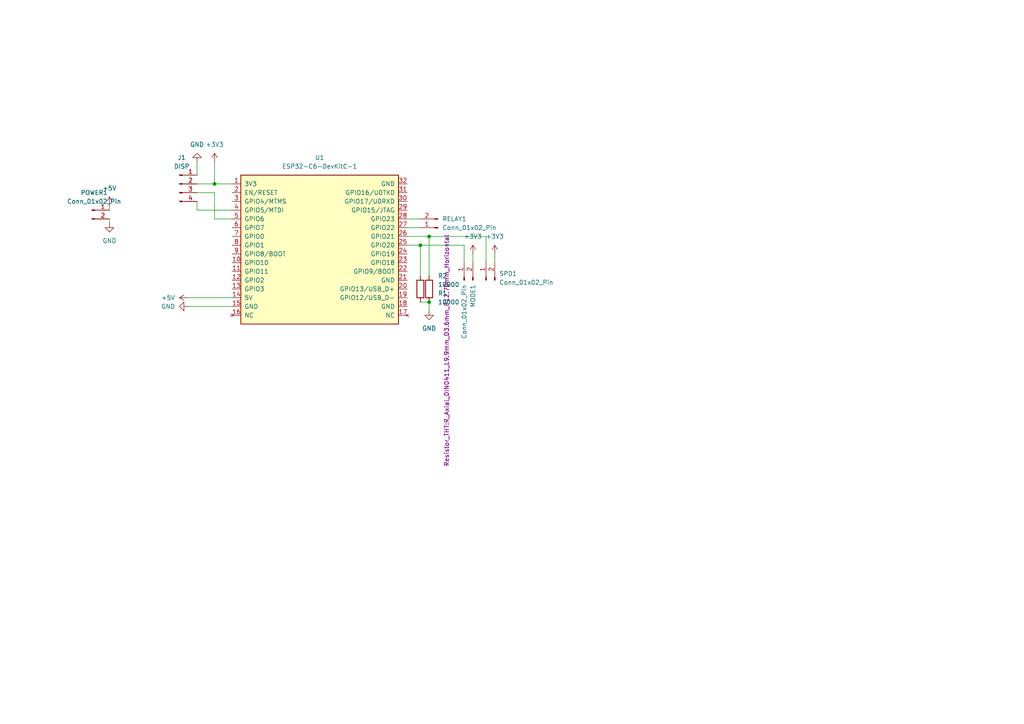
<source format=kicad_sch>
(kicad_sch (version 20230121) (generator eeschema)
  (paper "A4")
  (lib_symbols
    (symbol "Connector:Conn_01x02_Pin" (pin_names (offset 1.016) hide)
      (property "Reference" "J" (at 0 2.54 0))
      (property "Value" "Conn_01x02_Pin" (at 0 -5.08 0))
      (symbol "Conn_01x02_Pin_1_1"
        (polyline (pts (xy 1.27 -2.54) (xy 0.8636 -2.54)) (stroke (width 0.1524)))
        (polyline (pts (xy 1.27 0) (xy 0.8636 0)) (stroke (width 0.1524)))
        (rectangle (start 0.8636 -2.413) (end 0 -2.667) (stroke (width 0.1524)) (fill (type outline)))
        (rectangle (start 0.8636 0.127) (end 0 -0.127) (stroke (width 0.1524)) (fill (type outline)))
        (pin passive line (at 5.08 0 180) (length 3.81) (name "Pin_1") (number "1"))
        (pin passive line (at 5.08 -2.54 180) (length 3.81) (name "Pin_2") (number "2"))
      )
    )
    (symbol "Connector:Conn_01x04_Pin" (pin_names (offset 1.016) hide)
      (property "Reference" "J" (at 0 5.08 0))
      (property "Value" "Conn_01x04_Pin" (at 0 -7.62 0))
      (symbol "Conn_01x04_Pin_1_1"
        (polyline (pts (xy 1.27 -5.08) (xy 0.8636 -5.08)) (stroke (width 0.1524)))
        (polyline (pts (xy 1.27 -2.54) (xy 0.8636 -2.54)) (stroke (width 0.1524)))
        (polyline (pts (xy 1.27 0) (xy 0.8636 0)) (stroke (width 0.1524)))
        (polyline (pts (xy 1.27 2.54) (xy 0.8636 2.54)) (stroke (width 0.1524)))
        (rectangle (start 0.8636 -4.953) (end 0 -5.207) (stroke (width 0.1524)) (fill (type outline)))
        (rectangle (start 0.8636 -2.413) (end 0 -2.667) (stroke (width 0.1524)) (fill (type outline)))
        (rectangle (start 0.8636 0.127) (end 0 -0.127) (stroke (width 0.1524)) (fill (type outline)))
        (rectangle (start 0.8636 2.667) (end 0 2.413) (stroke (width 0.1524)) (fill (type outline)))
        (pin passive line (at 5.08 2.54 180) (length 3.81) (name "Pin_1") (number "1"))
        (pin passive line (at 5.08 0 180) (length 3.81) (name "Pin_2") (number "2"))
        (pin passive line (at 5.08 -2.54 180) (length 3.81) (name "Pin_3") (number "3"))
        (pin passive line (at 5.08 -5.08 180) (length 3.81) (name "Pin_4") (number "4"))
      )
    )
    (symbol "Device:R" (pin_numbers hide) (pin_names (offset 0))
      (property "Reference" "R" (at 2.032 0 90))
      (property "Value" "R" (at 0 0 90))
      (symbol "R_0_1"
        (rectangle (start -1.016 -2.54) (end 1.016 2.54) (stroke (width 0.254)))
      )
      (symbol "R_1_1"
        (pin passive line (at 0 3.81 270) (length 1.27) (name "~") (number "1"))
        (pin passive line (at 0 -3.81 90) (length 1.27) (name "~") (number "2"))
      )
    )
    (symbol "PCM_Espressif:ESP32-C6-DevKitC-1" (pin_names (offset 1.016))
      (property "Reference" "U" (at -22.86 25.4 0))
      (property "Value" "ESP32-C6-DevKitC-1" (at -22.86 22.86 0))
      (symbol "ESP32-C6-DevKitC-1_0_1"
        (rectangle (start -22.86 20.32) (end 22.86 -22.86) (stroke (width 0.254)) (fill (type background)))
      )
      (symbol "ESP32-C6-DevKitC-1_1_0"
        (pin power_in line (at -25.4 -15.24 0) (length 2.54) (name "5V") (number "14"))
        (pin input line (at -25.4 15.24 0) (length 2.54) (name "EN/RESET") (number "2"))
      )
      (symbol "ESP32-C6-DevKitC-1_1_1"
        (pin power_in line (at -25.4 17.78 0) (length 2.54) (name "3V3") (number "1"))
        (pin bidirectional line (at -25.4 -5.08 0) (length 2.54) (name "GPIO10") (number "10"))
        (pin bidirectional line (at -25.4 -7.62 0) (length 2.54) (name "GPIO11") (number "11"))
        (pin bidirectional line (at -25.4 -10.16 0) (length 2.54) (name "GPIO2") (number "12"))
        (pin bidirectional line (at -25.4 -12.7 0) (length 2.54) (name "GPIO3") (number "13"))
        (pin power_in line (at -25.4 -17.78 0) (length 2.54) (name "GND") (number "15"))
        (pin no_connect line (at -25.4 -20.32 0) (length 2.54) (name "NC") (number "16"))
        (pin no_connect line (at 25.4 -20.32 180) (length 2.54) (name "NC") (number "17"))
        (pin power_in line (at 25.4 -17.78 180) (length 2.54) (name "GND") (number "18"))
        (pin bidirectional line (at 25.4 -15.24 180) (length 2.54) (name "GPIO12/USB_D-") (number "19"))
        (pin bidirectional line (at 25.4 -12.7 180) (length 2.54) (name "GPIO13/USB_D+") (number "20"))
        (pin power_in line (at 25.4 -10.16 180) (length 2.54) (name "GND") (number "21"))
        (pin bidirectional line (at 25.4 -7.62 180) (length 2.54) (name "GPIO9/BOOT") (number "22"))
        (pin bidirectional line (at 25.4 -5.08 180) (length 2.54) (name "GPIO18") (number "23"))
        (pin bidirectional line (at 25.4 -2.54 180) (length 2.54) (name "GPIO19") (number "24"))
        (pin bidirectional line (at 25.4 0 180) (length 2.54) (name "GPIO20") (number "25"))
        (pin bidirectional line (at 25.4 2.54 180) (length 2.54) (name "GPIO21") (number "26"))
        (pin bidirectional line (at 25.4 5.08 180) (length 2.54) (name "GPIO22") (number "27"))
        (pin bidirectional line (at 25.4 7.62 180) (length 2.54) (name "GPIO23") (number "28"))
        (pin bidirectional line (at 25.4 10.16 180) (length 2.54) (name "GPIO15/JTAG") (number "29"))
        (pin bidirectional line (at -25.4 12.7 0) (length 2.54) (name "GPIO4/MTMS") (number "3"))
        (pin bidirectional line (at 25.4 12.7 180) (length 2.54) (name "GPIO17/U0RXD") (number "30"))
        (pin bidirectional line (at 25.4 15.24 180) (length 2.54) (name "GPIO16/U0TXD") (number "31"))
        (pin power_in line (at 25.4 17.78 180) (length 2.54) (name "GND") (number "32"))
        (pin bidirectional line (at -25.4 10.16 0) (length 2.54) (name "GPIO5/MTDI") (number "4"))
        (pin bidirectional line (at -25.4 7.62 0) (length 2.54) (name "GPIO6") (number "5"))
        (pin bidirectional line (at -25.4 5.08 0) (length 2.54) (name "GPIO7") (number "6"))
        (pin bidirectional line (at -25.4 2.54 0) (length 2.54) (name "GPIO0") (number "7"))
        (pin bidirectional line (at -25.4 0 0) (length 2.54) (name "GPIO1") (number "8"))
        (pin bidirectional line (at -25.4 -2.54 0) (length 2.54) (name "GPIO8/BOOT") (number "9"))
      )
    )
    (symbol "power:+3V3" (power) (pin_names (offset 0))
      (property "Value" "+3V3" (at 0 3.556 0))
      (symbol "+3V3_0_1"
        (polyline (pts (xy -0.762 1.27) (xy 0 2.54)))
        (polyline (pts (xy 0 0) (xy 0 2.54)))
        (polyline (pts (xy 0 2.54) (xy 0.762 1.27)))
      )
      (symbol "+3V3_1_1"
        (pin power_in line (at 0 0 90) (length 0) hide (name "+3V3") (number "1"))
      )
    )
    (symbol "power:+5V" (power) (pin_names (offset 0))
      (property "Value" "+5V" (at 0 3.556 0))
      (symbol "+5V_0_1"
        (polyline (pts (xy -0.762 1.27) (xy 0 2.54)))
        (polyline (pts (xy 0 0) (xy 0 2.54)))
        (polyline (pts (xy 0 2.54) (xy 0.762 1.27)))
      )
      (symbol "+5V_1_1"
        (pin power_in line (at 0 0 90) (length 0) hide (name "+5V") (number "1"))
      )
    )
    (symbol "power:GND" (power) (pin_names (offset 0))
      (property "Value" "GND" (at 0 -3.81 0))
      (symbol "GND_0_1"
        (polyline (pts (xy 0 0) (xy 0 -1.27) (xy 1.27 -1.27) (xy 0 -2.54) (xy -1.27 -1.27) (xy 0 -1.27)))
      )
      (symbol "GND_1_1"
        (pin power_in line (at 0 0 270) (length 0) hide (name "GND") (number "1"))
      )
    )
  )
  (junction (at 62.23 53.34))
  (junction (at 124.46 68.58))
  (junction (at 121.92 71.12))
  (junction (at 124.46 87.63))
  (wire (pts (xy 121.92 71.12) (xy 121.92 80.01)))
  (wire (pts (xy 118.11 71.12) (xy 121.92 71.12)))
  (wire (pts (xy 118.11 66.04) (xy 121.92 66.04)))
  (wire (pts (xy 57.15 55.88) (xy 62.23 55.88)))
  (wire (pts (xy 57.15 58.42) (xy 57.15 60.96)))
  (wire (pts (xy 57.15 46.99) (xy 57.15 50.8)))
  (wire (pts (xy 54.61 86.36) (xy 67.31 86.36)))
  (wire (pts (xy 140.97 76.2) (xy 140.97 68.58)))
  (wire (pts (xy 124.46 68.58) (xy 124.46 80.01)))
  (wire (pts (xy 121.92 71.12) (xy 134.62 71.12)))
  (wire (pts (xy 124.46 68.58) (xy 140.97 68.58)))
  (wire (pts (xy 137.16 73.66) (xy 137.16 76.2)))
  (wire (pts (xy 57.15 60.96) (xy 67.31 60.96)))
  (wire (pts (xy 124.46 68.58) (xy 118.11 68.58)))
  (wire (pts (xy 134.62 71.12) (xy 134.62 76.2)))
  (wire (pts (xy 62.23 46.99) (xy 62.23 53.34)))
  (wire (pts (xy 121.92 87.63) (xy 124.46 87.63)))
  (wire (pts (xy 143.51 73.66) (xy 143.51 76.2)))
  (wire (pts (xy 62.23 63.5) (xy 67.31 63.5)))
  (wire (pts (xy 124.46 87.63) (xy 124.46 90.17)))
  (wire (pts (xy 31.75 59.69) (xy 31.75 60.96)))
  (wire (pts (xy 118.11 63.5) (xy 121.92 63.5)))
  (wire (pts (xy 62.23 55.88) (xy 62.23 63.5)))
  (wire (pts (xy 62.23 53.34) (xy 67.31 53.34)))
  (wire (pts (xy 57.15 53.34) (xy 62.23 53.34)))
  (wire (pts (xy 31.75 63.5) (xy 31.75 64.77)))
  (wire (pts (xy 54.61 88.9) (xy 67.31 88.9)))
  (symbol (lib_id "power:+5V") (at 54.61 86.36 90) (unit 1)
    (property "Reference" "#PWR01" (effects hide))
    (property "Value" "+5V" (at 50.8 86.36 90) (effects (justify left)))
  )
  (symbol (lib_id "Connector:Conn_01x02_Pin") (at 26.67 60.96 0) (unit 1)
    (property "Reference" "POWER1" (at 27.305 55.88 0))
    (property "Value" "Conn_01x02_Pin" (at 27.305 58.42 0))
    (property "Footprint" "Connector_JST:JST_XH_B2B-XH-A_1x02_P2.50mm_Vertical" (effects hide))
  )
  (symbol (lib_id "power:+3V3") (at 143.51 73.66 0) (unit 1)
    (property "Reference" "#PWR06" (effects hide))
    (property "Value" "+3V3" (at 143.51 68.58 0))
  )
  (symbol (lib_id "Device:R") (at 121.92 83.82 0) (unit 1)
    (property "Reference" "R1" (at 127 85.09 0) (effects (justify left)))
    (property "Value" "10000" (at 127 87.63 0) (effects (justify left)))
    (property "Footprint" "Resistor_THT:R_Axial_DIN0411_L9.9mm_D3.6mm_P12.70mm_Horizontal" (effects hide))
  )
  (symbol (lib_id "PCM_Espressif:ESP32-C6-DevKitC-1") (at 92.71 71.12 0) (unit 1)
    (property "Reference" "U1" (at 92.71 45.72 0))
    (property "Value" "ESP32-C6-DevKitC-1" (at 92.71 48.26 0))
    (property "Footprint" "PCM_Espressif:ESP32-C6-DevKitC-1" (effects hide))
    (property "Datasheet" "https://docs.espressif.com/projects/espressif-esp-dev-kits/en/latest/esp32c6/esp32-c6-devkitc-1/user_guide.html" (effects hide))
  )
  (symbol (lib_id "Connector:Conn_01x04_Pin") (at 52.07 53.34 0) (unit 1)
    (property "Reference" "J1" (at 52.705 45.72 0))
    (property "Value" "DISP" (at 52.705 48.26 0))
    (property "Footprint" "Connector_JST:JST_XH_B4B-XH-A_1x04_P2.50mm_Vertical" (effects hide))
  )
  (symbol (lib_id "Connector:Conn_01x02_Pin") (at 140.97 81.28 90) (unit 1)
    (property "Reference" "SPD1" (at 144.78 79.375 90) (effects (justify right)))
    (property "Value" "Conn_01x02_Pin" (at 144.78 81.915 90) (effects (justify right)))
    (property "Footprint" "Connector_JST:JST_XH_B2B-XH-A_1x02_P2.50mm_Vertical" (effects hide))
  )
  (symbol (lib_id "power:GND") (at 57.15 46.99 180) (unit 1)
    (property "Reference" "#PWR03" (effects hide))
    (property "Value" "GND" (at 57.15 41.91 0))
  )
  (symbol (lib_id "power:+3V3") (at 137.16 73.66 0) (unit 1)
    (property "Reference" "#PWR07" (effects hide))
    (property "Value" "+3V3" (at 137.16 68.58 0))
  )
  (symbol (lib_id "power:GND") (at 124.46 90.17 0) (unit 1)
    (property "Reference" "#PWR04" (effects hide))
    (property "Value" "GND" (at 124.46 95.25 0))
  )
  (symbol (lib_id "power:+5V") (at 31.75 59.69 0) (unit 1)
    (property "Reference" "#PWR08" (effects hide))
    (property "Value" "+5V" (at 31.75 54.61 0))
  )
  (symbol (lib_id "Connector:Conn_01x02_Pin") (at 127 66.04 180) (unit 1)
    (property "Reference" "RELAY1" (at 128.27 63.5 0) (effects (justify right)))
    (property "Value" "Conn_01x02_Pin" (at 128.27 66.04 0) (effects (justify right)))
    (property "Footprint" "Connector_JST:JST_XH_B2B-XH-A_1x02_P2.50mm_Vertical" (effects hide))
  )
  (symbol (lib_id "power:+3V3") (at 62.23 46.99 0) (unit 1)
    (property "Reference" "#PWR05" (effects hide))
    (property "Value" "+3V3" (at 62.23 41.91 0))
  )
  (symbol (lib_id "power:GND") (at 54.61 88.9 270) (unit 1)
    (property "Reference" "#PWR02" (effects hide))
    (property "Value" "GND" (at 50.8 88.9 90) (effects (justify right)))
  )
  (symbol (lib_id "Device:R") (at 124.46 83.82 0) (unit 1)
    (property "Reference" "R2" (at 127 80.01 0) (effects (justify left)))
    (property "Value" "10000" (at 127 82.55 0) (effects (justify left)))
    (property "Footprint" "Resistor_THT:R_Axial_DIN0411_L9.9mm_D3.6mm_P12.70mm_Horizontal" (at 129.54 101.6 90))
  )
  (symbol (lib_id "Connector:Conn_01x02_Pin") (at 134.62 81.28 90) (unit 1)
    (property "Reference" "MODE1" (at 137.16 82.55 0) (effects (justify right)))
    (property "Value" "Conn_01x02_Pin" (at 134.62 82.55 0) (effects (justify right)))
    (property "Footprint" "Connector_JST:JST_XH_B2B-XH-A_1x02_P2.50mm_Vertical" (effects hide))
  )
  (symbol (lib_id "power:GND") (at 31.75 64.77 0) (unit 1)
    (property "Reference" "#PWR09" (effects hide))
    (property "Value" "GND" (at 31.75 69.85 0))
  )
)
</source>
